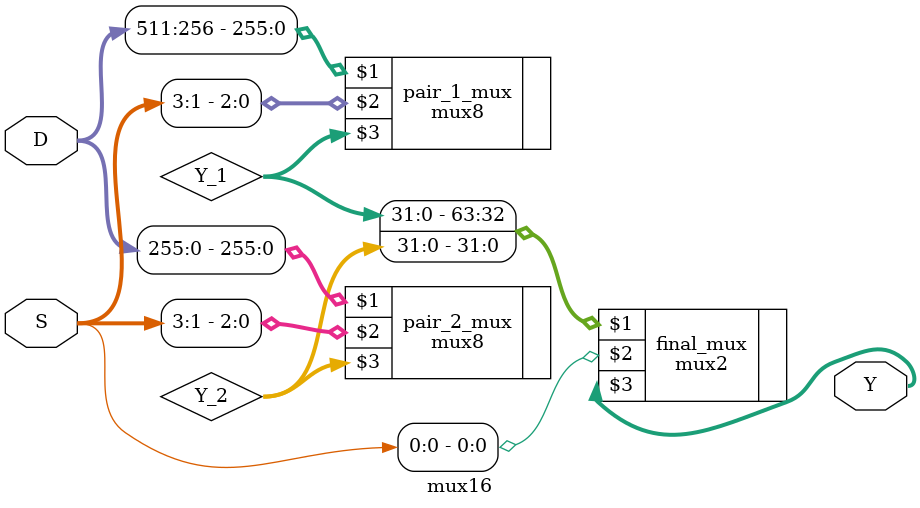
<source format=sv>
module mux16(D,S,Y);

input wire [511:0] D;
input wire [3:0] S;
output logic [31:0] Y;
logic [31:0] Y_1, Y_2;

mux8 pair_1_mux (D[511:256], S[3:1], Y_1);
mux8 pair_2_mux (D[255:0], S[3:1], Y_2);
mux2 final_mux ({Y_1,Y_2}, S[0], Y);

endmodule
</source>
